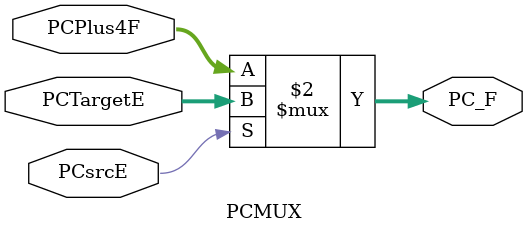
<source format=sv>
`timescale 1ns / 1ps


module PCMUX(
    /*input [31:0] JAL,
   input [31:0] JALR,    
   input [31:0] MEPC,
   input [31:0] MTVEC,
   input [31:0] BRANCH,
   input [31:0] PC_ADD4,
   input [2:0] PC_SEL,
   output logic [31:0] muxOut*/
   input [31:0] PCPlus4F,
   input [31:0] PCTargetE,    
   input PCsrcE,
   output logic [31:0] PC_F
   );
   
   /*always_comb begin
        case (PC_SEL)
            3'b000: //Sets the incremented address to the output because each address is 4 bytes
                muxOut = PC_ADD4;
            3'b001: //Allows us to run the JALR command
                muxOut = JALR;
            3'b010: //Allows us to run the BRANCH command
                muxOut = BRANCH;
            3'b011: //Allows us to run the JAL command
                muxOut = JAL;
            3'b100: //Allows us to run the MTVEC command
                muxOut = MTVEC;
            3'b101: //Allows us to run the MEPC command
                muxOut = MEPC;
            default:
                muxOut = 32'h0badbad0;
        endcase
   end*/
   assign PC_F = (~PCsrcE) ? PCPlus4F : PCTargetE;
endmodule
</source>
